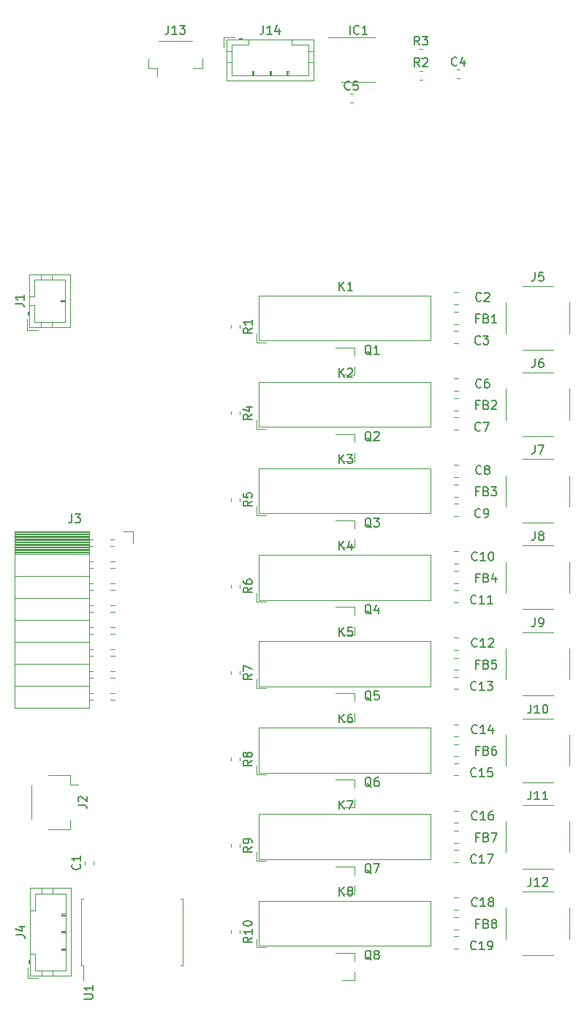
<source format=gto>
G04 #@! TF.GenerationSoftware,KiCad,Pcbnew,(5.1.5-0)*
G04 #@! TF.CreationDate,2021-01-10T19:51:38-07:00*
G04 #@! TF.ProjectId,switch_board,73776974-6368-45f6-926f-6172642e6b69,rev?*
G04 #@! TF.SameCoordinates,Original*
G04 #@! TF.FileFunction,Legend,Top*
G04 #@! TF.FilePolarity,Positive*
%FSLAX46Y46*%
G04 Gerber Fmt 4.6, Leading zero omitted, Abs format (unit mm)*
G04 Created by KiCad (PCBNEW (5.1.5-0)) date 2021-01-10 19:51:38*
%MOMM*%
%LPD*%
G04 APERTURE LIST*
%ADD10C,0.120000*%
%ADD11C,0.150000*%
G04 APERTURE END LIST*
D10*
X131315000Y-104060000D02*
X131315000Y-107940000D01*
X135785000Y-109110000D02*
X135785000Y-108060000D01*
X133285000Y-109110000D02*
X135785000Y-109110000D01*
X135785000Y-103940000D02*
X136775000Y-103940000D01*
X135785000Y-102890000D02*
X135785000Y-103940000D01*
X133285000Y-102890000D02*
X135785000Y-102890000D01*
X137360000Y-124860000D02*
X137360000Y-126675000D01*
X137115000Y-124860000D02*
X137360000Y-124860000D01*
X137115000Y-121000000D02*
X137115000Y-124860000D01*
X137115000Y-117140000D02*
X137360000Y-117140000D01*
X137115000Y-121000000D02*
X137115000Y-117140000D01*
X148885000Y-124860000D02*
X148640000Y-124860000D01*
X148885000Y-121000000D02*
X148885000Y-124860000D01*
X148885000Y-117140000D02*
X148640000Y-117140000D01*
X148885000Y-121000000D02*
X148885000Y-117140000D01*
X154490000Y-120828733D02*
X154490000Y-121171267D01*
X155510000Y-120828733D02*
X155510000Y-121171267D01*
X154490000Y-110828733D02*
X154490000Y-111171267D01*
X155510000Y-110828733D02*
X155510000Y-111171267D01*
X154490000Y-100828733D02*
X154490000Y-101171267D01*
X155510000Y-100828733D02*
X155510000Y-101171267D01*
X154490000Y-90828733D02*
X154490000Y-91171267D01*
X155510000Y-90828733D02*
X155510000Y-91171267D01*
X154490000Y-80828733D02*
X154490000Y-81171267D01*
X155510000Y-80828733D02*
X155510000Y-81171267D01*
X154490000Y-70828733D02*
X154490000Y-71171267D01*
X155510000Y-70828733D02*
X155510000Y-71171267D01*
X154490000Y-60828733D02*
X154490000Y-61171267D01*
X155510000Y-60828733D02*
X155510000Y-61171267D01*
X176278733Y-19900000D02*
X176621267Y-19900000D01*
X176278733Y-18880000D02*
X176621267Y-18880000D01*
X176278733Y-22410000D02*
X176621267Y-22410000D01*
X176278733Y-21390000D02*
X176621267Y-21390000D01*
X154490000Y-50828733D02*
X154490000Y-51171267D01*
X155510000Y-50828733D02*
X155510000Y-51171267D01*
X168760000Y-126580000D02*
X167300000Y-126580000D01*
X168760000Y-123420000D02*
X166600000Y-123420000D01*
X168760000Y-123420000D02*
X168760000Y-124350000D01*
X168760000Y-126580000D02*
X168760000Y-125650000D01*
X168760000Y-116580000D02*
X167300000Y-116580000D01*
X168760000Y-113420000D02*
X166600000Y-113420000D01*
X168760000Y-113420000D02*
X168760000Y-114350000D01*
X168760000Y-116580000D02*
X168760000Y-115650000D01*
X168760000Y-106580000D02*
X167300000Y-106580000D01*
X168760000Y-103420000D02*
X166600000Y-103420000D01*
X168760000Y-103420000D02*
X168760000Y-104350000D01*
X168760000Y-106580000D02*
X168760000Y-105650000D01*
X168760000Y-96580000D02*
X167300000Y-96580000D01*
X168760000Y-93420000D02*
X166600000Y-93420000D01*
X168760000Y-93420000D02*
X168760000Y-94350000D01*
X168760000Y-96580000D02*
X168760000Y-95650000D01*
X168760000Y-86580000D02*
X167300000Y-86580000D01*
X168760000Y-83420000D02*
X166600000Y-83420000D01*
X168760000Y-83420000D02*
X168760000Y-84350000D01*
X168760000Y-86580000D02*
X168760000Y-85650000D01*
X168760000Y-76580000D02*
X167300000Y-76580000D01*
X168760000Y-73420000D02*
X166600000Y-73420000D01*
X168760000Y-73420000D02*
X168760000Y-74350000D01*
X168760000Y-76580000D02*
X168760000Y-75650000D01*
X168760000Y-66580000D02*
X167300000Y-66580000D01*
X168760000Y-63420000D02*
X166600000Y-63420000D01*
X168760000Y-63420000D02*
X168760000Y-64350000D01*
X168760000Y-66580000D02*
X168760000Y-65650000D01*
X168760000Y-56580000D02*
X167300000Y-56580000D01*
X168760000Y-53420000D02*
X166600000Y-53420000D01*
X168760000Y-53420000D02*
X168760000Y-54350000D01*
X168760000Y-56580000D02*
X168760000Y-55650000D01*
X157650000Y-117400000D02*
X177550000Y-117400000D01*
X177550000Y-117400000D02*
X177550000Y-122600000D01*
X177550000Y-122600000D02*
X157650000Y-122600000D01*
X157650000Y-122600000D02*
X157650000Y-117400000D01*
X158550000Y-122800000D02*
X157450000Y-122800000D01*
X157450000Y-122800000D02*
X157450000Y-121800000D01*
X157650000Y-107400000D02*
X177550000Y-107400000D01*
X177550000Y-107400000D02*
X177550000Y-112600000D01*
X177550000Y-112600000D02*
X157650000Y-112600000D01*
X157650000Y-112600000D02*
X157650000Y-107400000D01*
X158550000Y-112800000D02*
X157450000Y-112800000D01*
X157450000Y-112800000D02*
X157450000Y-111800000D01*
X157650000Y-97400000D02*
X177550000Y-97400000D01*
X177550000Y-97400000D02*
X177550000Y-102600000D01*
X177550000Y-102600000D02*
X157650000Y-102600000D01*
X157650000Y-102600000D02*
X157650000Y-97400000D01*
X158550000Y-102800000D02*
X157450000Y-102800000D01*
X157450000Y-102800000D02*
X157450000Y-101800000D01*
X157650000Y-87400000D02*
X177550000Y-87400000D01*
X177550000Y-87400000D02*
X177550000Y-92600000D01*
X177550000Y-92600000D02*
X157650000Y-92600000D01*
X157650000Y-92600000D02*
X157650000Y-87400000D01*
X158550000Y-92800000D02*
X157450000Y-92800000D01*
X157450000Y-92800000D02*
X157450000Y-91800000D01*
X157650000Y-77400000D02*
X177550000Y-77400000D01*
X177550000Y-77400000D02*
X177550000Y-82600000D01*
X177550000Y-82600000D02*
X157650000Y-82600000D01*
X157650000Y-82600000D02*
X157650000Y-77400000D01*
X158550000Y-82800000D02*
X157450000Y-82800000D01*
X157450000Y-82800000D02*
X157450000Y-81800000D01*
X157650000Y-67400000D02*
X177550000Y-67400000D01*
X177550000Y-67400000D02*
X177550000Y-72600000D01*
X177550000Y-72600000D02*
X157650000Y-72600000D01*
X157650000Y-72600000D02*
X157650000Y-67400000D01*
X158550000Y-72800000D02*
X157450000Y-72800000D01*
X157450000Y-72800000D02*
X157450000Y-71800000D01*
X157650000Y-57400000D02*
X177550000Y-57400000D01*
X177550000Y-57400000D02*
X177550000Y-62600000D01*
X177550000Y-62600000D02*
X157650000Y-62600000D01*
X157650000Y-62600000D02*
X157650000Y-57400000D01*
X158550000Y-62800000D02*
X157450000Y-62800000D01*
X157450000Y-62800000D02*
X157450000Y-61800000D01*
X157650000Y-47400000D02*
X177550000Y-47400000D01*
X177550000Y-47400000D02*
X177550000Y-52600000D01*
X177550000Y-52600000D02*
X157650000Y-52600000D01*
X157650000Y-52600000D02*
X157650000Y-47400000D01*
X158550000Y-52800000D02*
X157450000Y-52800000D01*
X157450000Y-52800000D02*
X157450000Y-51800000D01*
X153640000Y-17500000D02*
X153640000Y-18750000D01*
X154890000Y-17500000D02*
X153640000Y-17500000D01*
X161000000Y-21910000D02*
X161000000Y-21410000D01*
X161100000Y-21410000D02*
X161100000Y-21910000D01*
X160900000Y-21410000D02*
X161100000Y-21410000D01*
X160900000Y-21910000D02*
X160900000Y-21410000D01*
X159000000Y-21910000D02*
X159000000Y-21410000D01*
X159100000Y-21410000D02*
X159100000Y-21910000D01*
X158900000Y-21410000D02*
X159100000Y-21410000D01*
X158900000Y-21910000D02*
X158900000Y-21410000D01*
X157000000Y-21910000D02*
X157000000Y-21410000D01*
X157100000Y-21410000D02*
X157100000Y-21910000D01*
X156900000Y-21410000D02*
X157100000Y-21410000D01*
X156900000Y-21910000D02*
X156900000Y-21410000D01*
X164060000Y-20410000D02*
X163450000Y-20410000D01*
X164060000Y-19110000D02*
X163450000Y-19110000D01*
X153940000Y-20410000D02*
X154550000Y-20410000D01*
X153940000Y-19110000D02*
X154550000Y-19110000D01*
X161500000Y-18410000D02*
X161500000Y-17800000D01*
X163450000Y-18410000D02*
X161500000Y-18410000D01*
X163450000Y-21910000D02*
X163450000Y-18410000D01*
X154550000Y-21910000D02*
X163450000Y-21910000D01*
X154550000Y-18410000D02*
X154550000Y-21910000D01*
X156500000Y-18410000D02*
X154550000Y-18410000D01*
X156500000Y-17800000D02*
X156500000Y-18410000D01*
X155700000Y-17700000D02*
X155400000Y-17700000D01*
X155400000Y-17600000D02*
X155400000Y-17800000D01*
X155700000Y-17600000D02*
X155400000Y-17600000D01*
X155700000Y-17800000D02*
X155700000Y-17600000D01*
X164060000Y-17800000D02*
X153940000Y-17800000D01*
X164060000Y-22520000D02*
X164060000Y-17800000D01*
X153940000Y-22520000D02*
X164060000Y-22520000D01*
X153940000Y-17800000D02*
X153940000Y-22520000D01*
X146060000Y-17990000D02*
X149940000Y-17990000D01*
X151110000Y-21110000D02*
X150060000Y-21110000D01*
X151110000Y-19960000D02*
X151110000Y-21110000D01*
X145940000Y-21110000D02*
X145940000Y-22100000D01*
X144890000Y-21110000D02*
X145940000Y-21110000D01*
X144890000Y-19960000D02*
X144890000Y-21110000D01*
X188200000Y-116320000D02*
X191800000Y-116320000D01*
X188200000Y-123680000D02*
X191800000Y-123680000D01*
X193680000Y-118200000D02*
X193680000Y-121800000D01*
X186320000Y-118200000D02*
X186320000Y-121800000D01*
X188200000Y-106320000D02*
X191800000Y-106320000D01*
X188200000Y-113680000D02*
X191800000Y-113680000D01*
X193680000Y-108200000D02*
X193680000Y-111800000D01*
X186320000Y-108200000D02*
X186320000Y-111800000D01*
X188200000Y-96320000D02*
X191800000Y-96320000D01*
X188200000Y-103680000D02*
X191800000Y-103680000D01*
X193680000Y-98200000D02*
X193680000Y-101800000D01*
X186320000Y-98200000D02*
X186320000Y-101800000D01*
X188200000Y-86320000D02*
X191800000Y-86320000D01*
X188200000Y-93680000D02*
X191800000Y-93680000D01*
X193680000Y-88200000D02*
X193680000Y-91800000D01*
X186320000Y-88200000D02*
X186320000Y-91800000D01*
X188200000Y-76320000D02*
X191800000Y-76320000D01*
X188200000Y-83680000D02*
X191800000Y-83680000D01*
X193680000Y-78200000D02*
X193680000Y-81800000D01*
X186320000Y-78200000D02*
X186320000Y-81800000D01*
X188200000Y-66320000D02*
X191800000Y-66320000D01*
X188200000Y-73680000D02*
X191800000Y-73680000D01*
X193680000Y-68200000D02*
X193680000Y-71800000D01*
X186320000Y-68200000D02*
X186320000Y-71800000D01*
X188200000Y-56320000D02*
X191800000Y-56320000D01*
X188200000Y-63680000D02*
X191800000Y-63680000D01*
X193680000Y-58200000D02*
X193680000Y-61800000D01*
X186320000Y-58200000D02*
X186320000Y-61800000D01*
X188200000Y-46320000D02*
X191800000Y-46320000D01*
X188200000Y-53680000D02*
X191800000Y-53680000D01*
X193680000Y-48200000D02*
X193680000Y-51800000D01*
X186320000Y-48200000D02*
X186320000Y-51800000D01*
X130890000Y-126360000D02*
X132140000Y-126360000D01*
X130890000Y-125110000D02*
X130890000Y-126360000D01*
X135300000Y-119000000D02*
X134800000Y-119000000D01*
X134800000Y-118900000D02*
X135300000Y-118900000D01*
X134800000Y-119100000D02*
X134800000Y-118900000D01*
X135300000Y-119100000D02*
X134800000Y-119100000D01*
X135300000Y-121000000D02*
X134800000Y-121000000D01*
X134800000Y-120900000D02*
X135300000Y-120900000D01*
X134800000Y-121100000D02*
X134800000Y-120900000D01*
X135300000Y-121100000D02*
X134800000Y-121100000D01*
X135300000Y-123000000D02*
X134800000Y-123000000D01*
X134800000Y-122900000D02*
X135300000Y-122900000D01*
X134800000Y-123100000D02*
X134800000Y-122900000D01*
X135300000Y-123100000D02*
X134800000Y-123100000D01*
X133800000Y-115940000D02*
X133800000Y-116550000D01*
X132500000Y-115940000D02*
X132500000Y-116550000D01*
X133800000Y-126060000D02*
X133800000Y-125450000D01*
X132500000Y-126060000D02*
X132500000Y-125450000D01*
X131800000Y-118500000D02*
X131190000Y-118500000D01*
X131800000Y-116550000D02*
X131800000Y-118500000D01*
X135300000Y-116550000D02*
X131800000Y-116550000D01*
X135300000Y-125450000D02*
X135300000Y-116550000D01*
X131800000Y-125450000D02*
X135300000Y-125450000D01*
X131800000Y-123500000D02*
X131800000Y-125450000D01*
X131190000Y-123500000D02*
X131800000Y-123500000D01*
X131090000Y-124300000D02*
X131090000Y-124600000D01*
X130990000Y-124600000D02*
X131190000Y-124600000D01*
X130990000Y-124300000D02*
X130990000Y-124600000D01*
X131190000Y-124300000D02*
X130990000Y-124300000D01*
X131190000Y-115940000D02*
X131190000Y-126060000D01*
X135910000Y-115940000D02*
X131190000Y-115940000D01*
X135910000Y-126060000D02*
X135910000Y-115940000D01*
X131190000Y-126060000D02*
X135910000Y-126060000D01*
X142000000Y-74670000D02*
X143110000Y-74670000D01*
X143110000Y-74670000D02*
X143110000Y-76000000D01*
X129370000Y-74670000D02*
X129370000Y-95110000D01*
X129370000Y-95110000D02*
X138000000Y-95110000D01*
X138000000Y-74670000D02*
X138000000Y-95110000D01*
X129370000Y-74670000D02*
X138000000Y-74670000D01*
X129370000Y-92510000D02*
X138000000Y-92510000D01*
X129370000Y-89970000D02*
X138000000Y-89970000D01*
X129370000Y-87430000D02*
X138000000Y-87430000D01*
X129370000Y-84890000D02*
X138000000Y-84890000D01*
X129370000Y-82350000D02*
X138000000Y-82350000D01*
X129370000Y-79810000D02*
X138000000Y-79810000D01*
X129370000Y-77270000D02*
X138000000Y-77270000D01*
X140510000Y-94140000D02*
X140950000Y-94140000D01*
X138000000Y-94140000D02*
X138410000Y-94140000D01*
X140510000Y-93420000D02*
X140950000Y-93420000D01*
X138000000Y-93420000D02*
X138410000Y-93420000D01*
X140510000Y-91600000D02*
X140950000Y-91600000D01*
X138000000Y-91600000D02*
X138410000Y-91600000D01*
X140510000Y-90880000D02*
X140950000Y-90880000D01*
X138000000Y-90880000D02*
X138410000Y-90880000D01*
X140510000Y-89060000D02*
X140950000Y-89060000D01*
X138000000Y-89060000D02*
X138410000Y-89060000D01*
X140510000Y-88340000D02*
X140950000Y-88340000D01*
X138000000Y-88340000D02*
X138410000Y-88340000D01*
X140510000Y-86520000D02*
X140950000Y-86520000D01*
X138000000Y-86520000D02*
X138410000Y-86520000D01*
X140510000Y-85800000D02*
X140950000Y-85800000D01*
X138000000Y-85800000D02*
X138410000Y-85800000D01*
X140510000Y-83980000D02*
X140950000Y-83980000D01*
X138000000Y-83980000D02*
X138410000Y-83980000D01*
X140510000Y-83260000D02*
X140950000Y-83260000D01*
X138000000Y-83260000D02*
X138410000Y-83260000D01*
X140510000Y-81440000D02*
X140950000Y-81440000D01*
X138000000Y-81440000D02*
X138410000Y-81440000D01*
X140510000Y-80720000D02*
X140950000Y-80720000D01*
X138000000Y-80720000D02*
X138410000Y-80720000D01*
X140510000Y-78900000D02*
X140950000Y-78900000D01*
X138000000Y-78900000D02*
X138410000Y-78900000D01*
X140510000Y-78180000D02*
X140950000Y-78180000D01*
X138000000Y-78180000D02*
X138410000Y-78180000D01*
X140510000Y-76360000D02*
X140890000Y-76360000D01*
X138000000Y-76360000D02*
X138410000Y-76360000D01*
X140510000Y-75640000D02*
X140890000Y-75640000D01*
X138000000Y-75640000D02*
X138410000Y-75640000D01*
X129370000Y-77151900D02*
X138000000Y-77151900D01*
X129370000Y-77033805D02*
X138000000Y-77033805D01*
X129370000Y-76915710D02*
X138000000Y-76915710D01*
X129370000Y-76797615D02*
X138000000Y-76797615D01*
X129370000Y-76679520D02*
X138000000Y-76679520D01*
X129370000Y-76561425D02*
X138000000Y-76561425D01*
X129370000Y-76443330D02*
X138000000Y-76443330D01*
X129370000Y-76325235D02*
X138000000Y-76325235D01*
X129370000Y-76207140D02*
X138000000Y-76207140D01*
X129370000Y-76089045D02*
X138000000Y-76089045D01*
X129370000Y-75970950D02*
X138000000Y-75970950D01*
X129370000Y-75852855D02*
X138000000Y-75852855D01*
X129370000Y-75734760D02*
X138000000Y-75734760D01*
X129370000Y-75616665D02*
X138000000Y-75616665D01*
X129370000Y-75498570D02*
X138000000Y-75498570D01*
X129370000Y-75380475D02*
X138000000Y-75380475D01*
X129370000Y-75262380D02*
X138000000Y-75262380D01*
X129370000Y-75144285D02*
X138000000Y-75144285D01*
X129370000Y-75026190D02*
X138000000Y-75026190D01*
X129370000Y-74908095D02*
X138000000Y-74908095D01*
X129370000Y-74790000D02*
X138000000Y-74790000D01*
X130790000Y-51360000D02*
X132040000Y-51360000D01*
X130790000Y-50110000D02*
X130790000Y-51360000D01*
X135200000Y-48000000D02*
X134700000Y-48000000D01*
X134700000Y-47900000D02*
X135200000Y-47900000D01*
X134700000Y-48100000D02*
X134700000Y-47900000D01*
X135200000Y-48100000D02*
X134700000Y-48100000D01*
X133700000Y-44940000D02*
X133700000Y-45550000D01*
X132400000Y-44940000D02*
X132400000Y-45550000D01*
X133700000Y-51060000D02*
X133700000Y-50450000D01*
X132400000Y-51060000D02*
X132400000Y-50450000D01*
X131700000Y-47500000D02*
X131090000Y-47500000D01*
X131700000Y-45550000D02*
X131700000Y-47500000D01*
X135200000Y-45550000D02*
X131700000Y-45550000D01*
X135200000Y-50450000D02*
X135200000Y-45550000D01*
X131700000Y-50450000D02*
X135200000Y-50450000D01*
X131700000Y-48500000D02*
X131700000Y-50450000D01*
X131090000Y-48500000D02*
X131700000Y-48500000D01*
X130990000Y-49300000D02*
X130990000Y-49600000D01*
X130890000Y-49600000D02*
X131090000Y-49600000D01*
X130890000Y-49300000D02*
X130890000Y-49600000D01*
X131090000Y-49300000D02*
X130890000Y-49300000D01*
X131090000Y-44940000D02*
X131090000Y-51060000D01*
X135810000Y-44940000D02*
X131090000Y-44940000D01*
X135810000Y-51060000D02*
X135810000Y-44940000D01*
X131090000Y-51060000D02*
X135810000Y-51060000D01*
X169200000Y-17550000D02*
X165750000Y-17550000D01*
X169200000Y-17550000D02*
X171150000Y-17550000D01*
X169200000Y-22670000D02*
X167250000Y-22670000D01*
X169200000Y-22670000D02*
X171150000Y-22670000D01*
X180761252Y-119290000D02*
X180238748Y-119290000D01*
X180761252Y-120710000D02*
X180238748Y-120710000D01*
X180761252Y-109290000D02*
X180238748Y-109290000D01*
X180761252Y-110710000D02*
X180238748Y-110710000D01*
X180761252Y-99290000D02*
X180238748Y-99290000D01*
X180761252Y-100710000D02*
X180238748Y-100710000D01*
X180761252Y-89290000D02*
X180238748Y-89290000D01*
X180761252Y-90710000D02*
X180238748Y-90710000D01*
X180761252Y-79290000D02*
X180238748Y-79290000D01*
X180761252Y-80710000D02*
X180238748Y-80710000D01*
X180761252Y-69290000D02*
X180238748Y-69290000D01*
X180761252Y-70710000D02*
X180238748Y-70710000D01*
X180761252Y-59290000D02*
X180238748Y-59290000D01*
X180761252Y-60710000D02*
X180238748Y-60710000D01*
X180761252Y-49290000D02*
X180238748Y-49290000D01*
X180761252Y-50710000D02*
X180238748Y-50710000D01*
X180761252Y-121490000D02*
X180238748Y-121490000D01*
X180761252Y-122910000D02*
X180238748Y-122910000D01*
X180238748Y-118410000D02*
X180761252Y-118410000D01*
X180238748Y-116990000D02*
X180761252Y-116990000D01*
X180761252Y-111490000D02*
X180238748Y-111490000D01*
X180761252Y-112910000D02*
X180238748Y-112910000D01*
X180238748Y-108410000D02*
X180761252Y-108410000D01*
X180238748Y-106990000D02*
X180761252Y-106990000D01*
X180761252Y-101490000D02*
X180238748Y-101490000D01*
X180761252Y-102910000D02*
X180238748Y-102910000D01*
X180238748Y-98410000D02*
X180761252Y-98410000D01*
X180238748Y-96990000D02*
X180761252Y-96990000D01*
X180761252Y-91490000D02*
X180238748Y-91490000D01*
X180761252Y-92910000D02*
X180238748Y-92910000D01*
X180238748Y-88410000D02*
X180761252Y-88410000D01*
X180238748Y-86990000D02*
X180761252Y-86990000D01*
X180761252Y-81490000D02*
X180238748Y-81490000D01*
X180761252Y-82910000D02*
X180238748Y-82910000D01*
X180238748Y-78410000D02*
X180761252Y-78410000D01*
X180238748Y-76990000D02*
X180761252Y-76990000D01*
X180761252Y-71490000D02*
X180238748Y-71490000D01*
X180761252Y-72910000D02*
X180238748Y-72910000D01*
X180238748Y-68410000D02*
X180761252Y-68410000D01*
X180238748Y-66990000D02*
X180761252Y-66990000D01*
X180761252Y-61490000D02*
X180238748Y-61490000D01*
X180761252Y-62910000D02*
X180238748Y-62910000D01*
X180238748Y-58410000D02*
X180761252Y-58410000D01*
X180238748Y-56990000D02*
X180761252Y-56990000D01*
X168228733Y-25100000D02*
X168571267Y-25100000D01*
X168228733Y-24080000D02*
X168571267Y-24080000D01*
X180628733Y-22310000D02*
X180971267Y-22310000D01*
X180628733Y-21290000D02*
X180971267Y-21290000D01*
X180761252Y-51490000D02*
X180238748Y-51490000D01*
X180761252Y-52910000D02*
X180238748Y-52910000D01*
X180238748Y-48410000D02*
X180761252Y-48410000D01*
X180238748Y-46990000D02*
X180761252Y-46990000D01*
X138510000Y-113171267D02*
X138510000Y-112828733D01*
X137490000Y-113171267D02*
X137490000Y-112828733D01*
D11*
X136752380Y-106333333D02*
X137466666Y-106333333D01*
X137609523Y-106380952D01*
X137704761Y-106476190D01*
X137752380Y-106619047D01*
X137752380Y-106714285D01*
X136847619Y-105904761D02*
X136800000Y-105857142D01*
X136752380Y-105761904D01*
X136752380Y-105523809D01*
X136800000Y-105428571D01*
X136847619Y-105380952D01*
X136942857Y-105333333D01*
X137038095Y-105333333D01*
X137180952Y-105380952D01*
X137752380Y-105952380D01*
X137752380Y-105333333D01*
X137452380Y-128761904D02*
X138261904Y-128761904D01*
X138357142Y-128714285D01*
X138404761Y-128666666D01*
X138452380Y-128571428D01*
X138452380Y-128380952D01*
X138404761Y-128285714D01*
X138357142Y-128238095D01*
X138261904Y-128190476D01*
X137452380Y-128190476D01*
X138452380Y-127190476D02*
X138452380Y-127761904D01*
X138452380Y-127476190D02*
X137452380Y-127476190D01*
X137595238Y-127571428D01*
X137690476Y-127666666D01*
X137738095Y-127761904D01*
X156882380Y-121642857D02*
X156406190Y-121976190D01*
X156882380Y-122214285D02*
X155882380Y-122214285D01*
X155882380Y-121833333D01*
X155930000Y-121738095D01*
X155977619Y-121690476D01*
X156072857Y-121642857D01*
X156215714Y-121642857D01*
X156310952Y-121690476D01*
X156358571Y-121738095D01*
X156406190Y-121833333D01*
X156406190Y-122214285D01*
X156882380Y-120690476D02*
X156882380Y-121261904D01*
X156882380Y-120976190D02*
X155882380Y-120976190D01*
X156025238Y-121071428D01*
X156120476Y-121166666D01*
X156168095Y-121261904D01*
X155882380Y-120071428D02*
X155882380Y-119976190D01*
X155930000Y-119880952D01*
X155977619Y-119833333D01*
X156072857Y-119785714D01*
X156263333Y-119738095D01*
X156501428Y-119738095D01*
X156691904Y-119785714D01*
X156787142Y-119833333D01*
X156834761Y-119880952D01*
X156882380Y-119976190D01*
X156882380Y-120071428D01*
X156834761Y-120166666D01*
X156787142Y-120214285D01*
X156691904Y-120261904D01*
X156501428Y-120309523D01*
X156263333Y-120309523D01*
X156072857Y-120261904D01*
X155977619Y-120214285D01*
X155930000Y-120166666D01*
X155882380Y-120071428D01*
X156882380Y-111166666D02*
X156406190Y-111500000D01*
X156882380Y-111738095D02*
X155882380Y-111738095D01*
X155882380Y-111357142D01*
X155930000Y-111261904D01*
X155977619Y-111214285D01*
X156072857Y-111166666D01*
X156215714Y-111166666D01*
X156310952Y-111214285D01*
X156358571Y-111261904D01*
X156406190Y-111357142D01*
X156406190Y-111738095D01*
X156882380Y-110690476D02*
X156882380Y-110500000D01*
X156834761Y-110404761D01*
X156787142Y-110357142D01*
X156644285Y-110261904D01*
X156453809Y-110214285D01*
X156072857Y-110214285D01*
X155977619Y-110261904D01*
X155930000Y-110309523D01*
X155882380Y-110404761D01*
X155882380Y-110595238D01*
X155930000Y-110690476D01*
X155977619Y-110738095D01*
X156072857Y-110785714D01*
X156310952Y-110785714D01*
X156406190Y-110738095D01*
X156453809Y-110690476D01*
X156501428Y-110595238D01*
X156501428Y-110404761D01*
X156453809Y-110309523D01*
X156406190Y-110261904D01*
X156310952Y-110214285D01*
X156882380Y-101166666D02*
X156406190Y-101500000D01*
X156882380Y-101738095D02*
X155882380Y-101738095D01*
X155882380Y-101357142D01*
X155930000Y-101261904D01*
X155977619Y-101214285D01*
X156072857Y-101166666D01*
X156215714Y-101166666D01*
X156310952Y-101214285D01*
X156358571Y-101261904D01*
X156406190Y-101357142D01*
X156406190Y-101738095D01*
X156310952Y-100595238D02*
X156263333Y-100690476D01*
X156215714Y-100738095D01*
X156120476Y-100785714D01*
X156072857Y-100785714D01*
X155977619Y-100738095D01*
X155930000Y-100690476D01*
X155882380Y-100595238D01*
X155882380Y-100404761D01*
X155930000Y-100309523D01*
X155977619Y-100261904D01*
X156072857Y-100214285D01*
X156120476Y-100214285D01*
X156215714Y-100261904D01*
X156263333Y-100309523D01*
X156310952Y-100404761D01*
X156310952Y-100595238D01*
X156358571Y-100690476D01*
X156406190Y-100738095D01*
X156501428Y-100785714D01*
X156691904Y-100785714D01*
X156787142Y-100738095D01*
X156834761Y-100690476D01*
X156882380Y-100595238D01*
X156882380Y-100404761D01*
X156834761Y-100309523D01*
X156787142Y-100261904D01*
X156691904Y-100214285D01*
X156501428Y-100214285D01*
X156406190Y-100261904D01*
X156358571Y-100309523D01*
X156310952Y-100404761D01*
X156882380Y-91166666D02*
X156406190Y-91500000D01*
X156882380Y-91738095D02*
X155882380Y-91738095D01*
X155882380Y-91357142D01*
X155930000Y-91261904D01*
X155977619Y-91214285D01*
X156072857Y-91166666D01*
X156215714Y-91166666D01*
X156310952Y-91214285D01*
X156358571Y-91261904D01*
X156406190Y-91357142D01*
X156406190Y-91738095D01*
X155882380Y-90833333D02*
X155882380Y-90166666D01*
X156882380Y-90595238D01*
X156882380Y-81166666D02*
X156406190Y-81500000D01*
X156882380Y-81738095D02*
X155882380Y-81738095D01*
X155882380Y-81357142D01*
X155930000Y-81261904D01*
X155977619Y-81214285D01*
X156072857Y-81166666D01*
X156215714Y-81166666D01*
X156310952Y-81214285D01*
X156358571Y-81261904D01*
X156406190Y-81357142D01*
X156406190Y-81738095D01*
X155882380Y-80309523D02*
X155882380Y-80500000D01*
X155930000Y-80595238D01*
X155977619Y-80642857D01*
X156120476Y-80738095D01*
X156310952Y-80785714D01*
X156691904Y-80785714D01*
X156787142Y-80738095D01*
X156834761Y-80690476D01*
X156882380Y-80595238D01*
X156882380Y-80404761D01*
X156834761Y-80309523D01*
X156787142Y-80261904D01*
X156691904Y-80214285D01*
X156453809Y-80214285D01*
X156358571Y-80261904D01*
X156310952Y-80309523D01*
X156263333Y-80404761D01*
X156263333Y-80595238D01*
X156310952Y-80690476D01*
X156358571Y-80738095D01*
X156453809Y-80785714D01*
X156882380Y-71166666D02*
X156406190Y-71500000D01*
X156882380Y-71738095D02*
X155882380Y-71738095D01*
X155882380Y-71357142D01*
X155930000Y-71261904D01*
X155977619Y-71214285D01*
X156072857Y-71166666D01*
X156215714Y-71166666D01*
X156310952Y-71214285D01*
X156358571Y-71261904D01*
X156406190Y-71357142D01*
X156406190Y-71738095D01*
X155882380Y-70261904D02*
X155882380Y-70738095D01*
X156358571Y-70785714D01*
X156310952Y-70738095D01*
X156263333Y-70642857D01*
X156263333Y-70404761D01*
X156310952Y-70309523D01*
X156358571Y-70261904D01*
X156453809Y-70214285D01*
X156691904Y-70214285D01*
X156787142Y-70261904D01*
X156834761Y-70309523D01*
X156882380Y-70404761D01*
X156882380Y-70642857D01*
X156834761Y-70738095D01*
X156787142Y-70785714D01*
X156882380Y-61166666D02*
X156406190Y-61500000D01*
X156882380Y-61738095D02*
X155882380Y-61738095D01*
X155882380Y-61357142D01*
X155930000Y-61261904D01*
X155977619Y-61214285D01*
X156072857Y-61166666D01*
X156215714Y-61166666D01*
X156310952Y-61214285D01*
X156358571Y-61261904D01*
X156406190Y-61357142D01*
X156406190Y-61738095D01*
X156215714Y-60309523D02*
X156882380Y-60309523D01*
X155834761Y-60547619D02*
X156549047Y-60785714D01*
X156549047Y-60166666D01*
X176283333Y-18412380D02*
X175950000Y-17936190D01*
X175711904Y-18412380D02*
X175711904Y-17412380D01*
X176092857Y-17412380D01*
X176188095Y-17460000D01*
X176235714Y-17507619D01*
X176283333Y-17602857D01*
X176283333Y-17745714D01*
X176235714Y-17840952D01*
X176188095Y-17888571D01*
X176092857Y-17936190D01*
X175711904Y-17936190D01*
X176616666Y-17412380D02*
X177235714Y-17412380D01*
X176902380Y-17793333D01*
X177045238Y-17793333D01*
X177140476Y-17840952D01*
X177188095Y-17888571D01*
X177235714Y-17983809D01*
X177235714Y-18221904D01*
X177188095Y-18317142D01*
X177140476Y-18364761D01*
X177045238Y-18412380D01*
X176759523Y-18412380D01*
X176664285Y-18364761D01*
X176616666Y-18317142D01*
X176283333Y-20922380D02*
X175950000Y-20446190D01*
X175711904Y-20922380D02*
X175711904Y-19922380D01*
X176092857Y-19922380D01*
X176188095Y-19970000D01*
X176235714Y-20017619D01*
X176283333Y-20112857D01*
X176283333Y-20255714D01*
X176235714Y-20350952D01*
X176188095Y-20398571D01*
X176092857Y-20446190D01*
X175711904Y-20446190D01*
X176664285Y-20017619D02*
X176711904Y-19970000D01*
X176807142Y-19922380D01*
X177045238Y-19922380D01*
X177140476Y-19970000D01*
X177188095Y-20017619D01*
X177235714Y-20112857D01*
X177235714Y-20208095D01*
X177188095Y-20350952D01*
X176616666Y-20922380D01*
X177235714Y-20922380D01*
X156882380Y-51166666D02*
X156406190Y-51500000D01*
X156882380Y-51738095D02*
X155882380Y-51738095D01*
X155882380Y-51357142D01*
X155930000Y-51261904D01*
X155977619Y-51214285D01*
X156072857Y-51166666D01*
X156215714Y-51166666D01*
X156310952Y-51214285D01*
X156358571Y-51261904D01*
X156406190Y-51357142D01*
X156406190Y-51738095D01*
X156882380Y-50214285D02*
X156882380Y-50785714D01*
X156882380Y-50500000D02*
X155882380Y-50500000D01*
X156025238Y-50595238D01*
X156120476Y-50690476D01*
X156168095Y-50785714D01*
X170704761Y-124247619D02*
X170609523Y-124200000D01*
X170514285Y-124104761D01*
X170371428Y-123961904D01*
X170276190Y-123914285D01*
X170180952Y-123914285D01*
X170228571Y-124152380D02*
X170133333Y-124104761D01*
X170038095Y-124009523D01*
X169990476Y-123819047D01*
X169990476Y-123485714D01*
X170038095Y-123295238D01*
X170133333Y-123200000D01*
X170228571Y-123152380D01*
X170419047Y-123152380D01*
X170514285Y-123200000D01*
X170609523Y-123295238D01*
X170657142Y-123485714D01*
X170657142Y-123819047D01*
X170609523Y-124009523D01*
X170514285Y-124104761D01*
X170419047Y-124152380D01*
X170228571Y-124152380D01*
X171228571Y-123580952D02*
X171133333Y-123533333D01*
X171085714Y-123485714D01*
X171038095Y-123390476D01*
X171038095Y-123342857D01*
X171085714Y-123247619D01*
X171133333Y-123200000D01*
X171228571Y-123152380D01*
X171419047Y-123152380D01*
X171514285Y-123200000D01*
X171561904Y-123247619D01*
X171609523Y-123342857D01*
X171609523Y-123390476D01*
X171561904Y-123485714D01*
X171514285Y-123533333D01*
X171419047Y-123580952D01*
X171228571Y-123580952D01*
X171133333Y-123628571D01*
X171085714Y-123676190D01*
X171038095Y-123771428D01*
X171038095Y-123961904D01*
X171085714Y-124057142D01*
X171133333Y-124104761D01*
X171228571Y-124152380D01*
X171419047Y-124152380D01*
X171514285Y-124104761D01*
X171561904Y-124057142D01*
X171609523Y-123961904D01*
X171609523Y-123771428D01*
X171561904Y-123676190D01*
X171514285Y-123628571D01*
X171419047Y-123580952D01*
X170704761Y-114247619D02*
X170609523Y-114200000D01*
X170514285Y-114104761D01*
X170371428Y-113961904D01*
X170276190Y-113914285D01*
X170180952Y-113914285D01*
X170228571Y-114152380D02*
X170133333Y-114104761D01*
X170038095Y-114009523D01*
X169990476Y-113819047D01*
X169990476Y-113485714D01*
X170038095Y-113295238D01*
X170133333Y-113200000D01*
X170228571Y-113152380D01*
X170419047Y-113152380D01*
X170514285Y-113200000D01*
X170609523Y-113295238D01*
X170657142Y-113485714D01*
X170657142Y-113819047D01*
X170609523Y-114009523D01*
X170514285Y-114104761D01*
X170419047Y-114152380D01*
X170228571Y-114152380D01*
X170990476Y-113152380D02*
X171657142Y-113152380D01*
X171228571Y-114152380D01*
X170704761Y-104247619D02*
X170609523Y-104200000D01*
X170514285Y-104104761D01*
X170371428Y-103961904D01*
X170276190Y-103914285D01*
X170180952Y-103914285D01*
X170228571Y-104152380D02*
X170133333Y-104104761D01*
X170038095Y-104009523D01*
X169990476Y-103819047D01*
X169990476Y-103485714D01*
X170038095Y-103295238D01*
X170133333Y-103200000D01*
X170228571Y-103152380D01*
X170419047Y-103152380D01*
X170514285Y-103200000D01*
X170609523Y-103295238D01*
X170657142Y-103485714D01*
X170657142Y-103819047D01*
X170609523Y-104009523D01*
X170514285Y-104104761D01*
X170419047Y-104152380D01*
X170228571Y-104152380D01*
X171514285Y-103152380D02*
X171323809Y-103152380D01*
X171228571Y-103200000D01*
X171180952Y-103247619D01*
X171085714Y-103390476D01*
X171038095Y-103580952D01*
X171038095Y-103961904D01*
X171085714Y-104057142D01*
X171133333Y-104104761D01*
X171228571Y-104152380D01*
X171419047Y-104152380D01*
X171514285Y-104104761D01*
X171561904Y-104057142D01*
X171609523Y-103961904D01*
X171609523Y-103723809D01*
X171561904Y-103628571D01*
X171514285Y-103580952D01*
X171419047Y-103533333D01*
X171228571Y-103533333D01*
X171133333Y-103580952D01*
X171085714Y-103628571D01*
X171038095Y-103723809D01*
X170704761Y-94247619D02*
X170609523Y-94200000D01*
X170514285Y-94104761D01*
X170371428Y-93961904D01*
X170276190Y-93914285D01*
X170180952Y-93914285D01*
X170228571Y-94152380D02*
X170133333Y-94104761D01*
X170038095Y-94009523D01*
X169990476Y-93819047D01*
X169990476Y-93485714D01*
X170038095Y-93295238D01*
X170133333Y-93200000D01*
X170228571Y-93152380D01*
X170419047Y-93152380D01*
X170514285Y-93200000D01*
X170609523Y-93295238D01*
X170657142Y-93485714D01*
X170657142Y-93819047D01*
X170609523Y-94009523D01*
X170514285Y-94104761D01*
X170419047Y-94152380D01*
X170228571Y-94152380D01*
X171561904Y-93152380D02*
X171085714Y-93152380D01*
X171038095Y-93628571D01*
X171085714Y-93580952D01*
X171180952Y-93533333D01*
X171419047Y-93533333D01*
X171514285Y-93580952D01*
X171561904Y-93628571D01*
X171609523Y-93723809D01*
X171609523Y-93961904D01*
X171561904Y-94057142D01*
X171514285Y-94104761D01*
X171419047Y-94152380D01*
X171180952Y-94152380D01*
X171085714Y-94104761D01*
X171038095Y-94057142D01*
X170704761Y-84247619D02*
X170609523Y-84200000D01*
X170514285Y-84104761D01*
X170371428Y-83961904D01*
X170276190Y-83914285D01*
X170180952Y-83914285D01*
X170228571Y-84152380D02*
X170133333Y-84104761D01*
X170038095Y-84009523D01*
X169990476Y-83819047D01*
X169990476Y-83485714D01*
X170038095Y-83295238D01*
X170133333Y-83200000D01*
X170228571Y-83152380D01*
X170419047Y-83152380D01*
X170514285Y-83200000D01*
X170609523Y-83295238D01*
X170657142Y-83485714D01*
X170657142Y-83819047D01*
X170609523Y-84009523D01*
X170514285Y-84104761D01*
X170419047Y-84152380D01*
X170228571Y-84152380D01*
X171514285Y-83485714D02*
X171514285Y-84152380D01*
X171276190Y-83104761D02*
X171038095Y-83819047D01*
X171657142Y-83819047D01*
X170704761Y-74247619D02*
X170609523Y-74200000D01*
X170514285Y-74104761D01*
X170371428Y-73961904D01*
X170276190Y-73914285D01*
X170180952Y-73914285D01*
X170228571Y-74152380D02*
X170133333Y-74104761D01*
X170038095Y-74009523D01*
X169990476Y-73819047D01*
X169990476Y-73485714D01*
X170038095Y-73295238D01*
X170133333Y-73200000D01*
X170228571Y-73152380D01*
X170419047Y-73152380D01*
X170514285Y-73200000D01*
X170609523Y-73295238D01*
X170657142Y-73485714D01*
X170657142Y-73819047D01*
X170609523Y-74009523D01*
X170514285Y-74104761D01*
X170419047Y-74152380D01*
X170228571Y-74152380D01*
X170990476Y-73152380D02*
X171609523Y-73152380D01*
X171276190Y-73533333D01*
X171419047Y-73533333D01*
X171514285Y-73580952D01*
X171561904Y-73628571D01*
X171609523Y-73723809D01*
X171609523Y-73961904D01*
X171561904Y-74057142D01*
X171514285Y-74104761D01*
X171419047Y-74152380D01*
X171133333Y-74152380D01*
X171038095Y-74104761D01*
X170990476Y-74057142D01*
X170704761Y-64247619D02*
X170609523Y-64200000D01*
X170514285Y-64104761D01*
X170371428Y-63961904D01*
X170276190Y-63914285D01*
X170180952Y-63914285D01*
X170228571Y-64152380D02*
X170133333Y-64104761D01*
X170038095Y-64009523D01*
X169990476Y-63819047D01*
X169990476Y-63485714D01*
X170038095Y-63295238D01*
X170133333Y-63200000D01*
X170228571Y-63152380D01*
X170419047Y-63152380D01*
X170514285Y-63200000D01*
X170609523Y-63295238D01*
X170657142Y-63485714D01*
X170657142Y-63819047D01*
X170609523Y-64009523D01*
X170514285Y-64104761D01*
X170419047Y-64152380D01*
X170228571Y-64152380D01*
X171038095Y-63247619D02*
X171085714Y-63200000D01*
X171180952Y-63152380D01*
X171419047Y-63152380D01*
X171514285Y-63200000D01*
X171561904Y-63247619D01*
X171609523Y-63342857D01*
X171609523Y-63438095D01*
X171561904Y-63580952D01*
X170990476Y-64152380D01*
X171609523Y-64152380D01*
X170704761Y-54247619D02*
X170609523Y-54200000D01*
X170514285Y-54104761D01*
X170371428Y-53961904D01*
X170276190Y-53914285D01*
X170180952Y-53914285D01*
X170228571Y-54152380D02*
X170133333Y-54104761D01*
X170038095Y-54009523D01*
X169990476Y-53819047D01*
X169990476Y-53485714D01*
X170038095Y-53295238D01*
X170133333Y-53200000D01*
X170228571Y-53152380D01*
X170419047Y-53152380D01*
X170514285Y-53200000D01*
X170609523Y-53295238D01*
X170657142Y-53485714D01*
X170657142Y-53819047D01*
X170609523Y-54009523D01*
X170514285Y-54104761D01*
X170419047Y-54152380D01*
X170228571Y-54152380D01*
X171609523Y-54152380D02*
X171038095Y-54152380D01*
X171323809Y-54152380D02*
X171323809Y-53152380D01*
X171228571Y-53295238D01*
X171133333Y-53390476D01*
X171038095Y-53438095D01*
X167011904Y-116802380D02*
X167011904Y-115802380D01*
X167583333Y-116802380D02*
X167154761Y-116230952D01*
X167583333Y-115802380D02*
X167011904Y-116373809D01*
X168154761Y-116230952D02*
X168059523Y-116183333D01*
X168011904Y-116135714D01*
X167964285Y-116040476D01*
X167964285Y-115992857D01*
X168011904Y-115897619D01*
X168059523Y-115850000D01*
X168154761Y-115802380D01*
X168345238Y-115802380D01*
X168440476Y-115850000D01*
X168488095Y-115897619D01*
X168535714Y-115992857D01*
X168535714Y-116040476D01*
X168488095Y-116135714D01*
X168440476Y-116183333D01*
X168345238Y-116230952D01*
X168154761Y-116230952D01*
X168059523Y-116278571D01*
X168011904Y-116326190D01*
X167964285Y-116421428D01*
X167964285Y-116611904D01*
X168011904Y-116707142D01*
X168059523Y-116754761D01*
X168154761Y-116802380D01*
X168345238Y-116802380D01*
X168440476Y-116754761D01*
X168488095Y-116707142D01*
X168535714Y-116611904D01*
X168535714Y-116421428D01*
X168488095Y-116326190D01*
X168440476Y-116278571D01*
X168345238Y-116230952D01*
X167011904Y-106802380D02*
X167011904Y-105802380D01*
X167583333Y-106802380D02*
X167154761Y-106230952D01*
X167583333Y-105802380D02*
X167011904Y-106373809D01*
X167916666Y-105802380D02*
X168583333Y-105802380D01*
X168154761Y-106802380D01*
X167011904Y-96802380D02*
X167011904Y-95802380D01*
X167583333Y-96802380D02*
X167154761Y-96230952D01*
X167583333Y-95802380D02*
X167011904Y-96373809D01*
X168440476Y-95802380D02*
X168250000Y-95802380D01*
X168154761Y-95850000D01*
X168107142Y-95897619D01*
X168011904Y-96040476D01*
X167964285Y-96230952D01*
X167964285Y-96611904D01*
X168011904Y-96707142D01*
X168059523Y-96754761D01*
X168154761Y-96802380D01*
X168345238Y-96802380D01*
X168440476Y-96754761D01*
X168488095Y-96707142D01*
X168535714Y-96611904D01*
X168535714Y-96373809D01*
X168488095Y-96278571D01*
X168440476Y-96230952D01*
X168345238Y-96183333D01*
X168154761Y-96183333D01*
X168059523Y-96230952D01*
X168011904Y-96278571D01*
X167964285Y-96373809D01*
X167011904Y-86802380D02*
X167011904Y-85802380D01*
X167583333Y-86802380D02*
X167154761Y-86230952D01*
X167583333Y-85802380D02*
X167011904Y-86373809D01*
X168488095Y-85802380D02*
X168011904Y-85802380D01*
X167964285Y-86278571D01*
X168011904Y-86230952D01*
X168107142Y-86183333D01*
X168345238Y-86183333D01*
X168440476Y-86230952D01*
X168488095Y-86278571D01*
X168535714Y-86373809D01*
X168535714Y-86611904D01*
X168488095Y-86707142D01*
X168440476Y-86754761D01*
X168345238Y-86802380D01*
X168107142Y-86802380D01*
X168011904Y-86754761D01*
X167964285Y-86707142D01*
X167011904Y-76802380D02*
X167011904Y-75802380D01*
X167583333Y-76802380D02*
X167154761Y-76230952D01*
X167583333Y-75802380D02*
X167011904Y-76373809D01*
X168440476Y-76135714D02*
X168440476Y-76802380D01*
X168202380Y-75754761D02*
X167964285Y-76469047D01*
X168583333Y-76469047D01*
X167011904Y-66802380D02*
X167011904Y-65802380D01*
X167583333Y-66802380D02*
X167154761Y-66230952D01*
X167583333Y-65802380D02*
X167011904Y-66373809D01*
X167916666Y-65802380D02*
X168535714Y-65802380D01*
X168202380Y-66183333D01*
X168345238Y-66183333D01*
X168440476Y-66230952D01*
X168488095Y-66278571D01*
X168535714Y-66373809D01*
X168535714Y-66611904D01*
X168488095Y-66707142D01*
X168440476Y-66754761D01*
X168345238Y-66802380D01*
X168059523Y-66802380D01*
X167964285Y-66754761D01*
X167916666Y-66707142D01*
X167011904Y-56802380D02*
X167011904Y-55802380D01*
X167583333Y-56802380D02*
X167154761Y-56230952D01*
X167583333Y-55802380D02*
X167011904Y-56373809D01*
X167964285Y-55897619D02*
X168011904Y-55850000D01*
X168107142Y-55802380D01*
X168345238Y-55802380D01*
X168440476Y-55850000D01*
X168488095Y-55897619D01*
X168535714Y-55992857D01*
X168535714Y-56088095D01*
X168488095Y-56230952D01*
X167916666Y-56802380D01*
X168535714Y-56802380D01*
X167011904Y-46802380D02*
X167011904Y-45802380D01*
X167583333Y-46802380D02*
X167154761Y-46230952D01*
X167583333Y-45802380D02*
X167011904Y-46373809D01*
X168535714Y-46802380D02*
X167964285Y-46802380D01*
X168250000Y-46802380D02*
X168250000Y-45802380D01*
X168154761Y-45945238D01*
X168059523Y-46040476D01*
X167964285Y-46088095D01*
X158190476Y-16162380D02*
X158190476Y-16876666D01*
X158142857Y-17019523D01*
X158047619Y-17114761D01*
X157904761Y-17162380D01*
X157809523Y-17162380D01*
X159190476Y-17162380D02*
X158619047Y-17162380D01*
X158904761Y-17162380D02*
X158904761Y-16162380D01*
X158809523Y-16305238D01*
X158714285Y-16400476D01*
X158619047Y-16448095D01*
X160047619Y-16495714D02*
X160047619Y-17162380D01*
X159809523Y-16114761D02*
X159571428Y-16829047D01*
X160190476Y-16829047D01*
X147190476Y-16152380D02*
X147190476Y-16866666D01*
X147142857Y-17009523D01*
X147047619Y-17104761D01*
X146904761Y-17152380D01*
X146809523Y-17152380D01*
X148190476Y-17152380D02*
X147619047Y-17152380D01*
X147904761Y-17152380D02*
X147904761Y-16152380D01*
X147809523Y-16295238D01*
X147714285Y-16390476D01*
X147619047Y-16438095D01*
X148523809Y-16152380D02*
X149142857Y-16152380D01*
X148809523Y-16533333D01*
X148952380Y-16533333D01*
X149047619Y-16580952D01*
X149095238Y-16628571D01*
X149142857Y-16723809D01*
X149142857Y-16961904D01*
X149095238Y-17057142D01*
X149047619Y-17104761D01*
X148952380Y-17152380D01*
X148666666Y-17152380D01*
X148571428Y-17104761D01*
X148523809Y-17057142D01*
X189190476Y-114702380D02*
X189190476Y-115416666D01*
X189142857Y-115559523D01*
X189047619Y-115654761D01*
X188904761Y-115702380D01*
X188809523Y-115702380D01*
X190190476Y-115702380D02*
X189619047Y-115702380D01*
X189904761Y-115702380D02*
X189904761Y-114702380D01*
X189809523Y-114845238D01*
X189714285Y-114940476D01*
X189619047Y-114988095D01*
X190571428Y-114797619D02*
X190619047Y-114750000D01*
X190714285Y-114702380D01*
X190952380Y-114702380D01*
X191047619Y-114750000D01*
X191095238Y-114797619D01*
X191142857Y-114892857D01*
X191142857Y-114988095D01*
X191095238Y-115130952D01*
X190523809Y-115702380D01*
X191142857Y-115702380D01*
X189190476Y-104702380D02*
X189190476Y-105416666D01*
X189142857Y-105559523D01*
X189047619Y-105654761D01*
X188904761Y-105702380D01*
X188809523Y-105702380D01*
X190190476Y-105702380D02*
X189619047Y-105702380D01*
X189904761Y-105702380D02*
X189904761Y-104702380D01*
X189809523Y-104845238D01*
X189714285Y-104940476D01*
X189619047Y-104988095D01*
X191142857Y-105702380D02*
X190571428Y-105702380D01*
X190857142Y-105702380D02*
X190857142Y-104702380D01*
X190761904Y-104845238D01*
X190666666Y-104940476D01*
X190571428Y-104988095D01*
X189190476Y-94702380D02*
X189190476Y-95416666D01*
X189142857Y-95559523D01*
X189047619Y-95654761D01*
X188904761Y-95702380D01*
X188809523Y-95702380D01*
X190190476Y-95702380D02*
X189619047Y-95702380D01*
X189904761Y-95702380D02*
X189904761Y-94702380D01*
X189809523Y-94845238D01*
X189714285Y-94940476D01*
X189619047Y-94988095D01*
X190809523Y-94702380D02*
X190904761Y-94702380D01*
X191000000Y-94750000D01*
X191047619Y-94797619D01*
X191095238Y-94892857D01*
X191142857Y-95083333D01*
X191142857Y-95321428D01*
X191095238Y-95511904D01*
X191047619Y-95607142D01*
X191000000Y-95654761D01*
X190904761Y-95702380D01*
X190809523Y-95702380D01*
X190714285Y-95654761D01*
X190666666Y-95607142D01*
X190619047Y-95511904D01*
X190571428Y-95321428D01*
X190571428Y-95083333D01*
X190619047Y-94892857D01*
X190666666Y-94797619D01*
X190714285Y-94750000D01*
X190809523Y-94702380D01*
X189666666Y-84702380D02*
X189666666Y-85416666D01*
X189619047Y-85559523D01*
X189523809Y-85654761D01*
X189380952Y-85702380D01*
X189285714Y-85702380D01*
X190190476Y-85702380D02*
X190380952Y-85702380D01*
X190476190Y-85654761D01*
X190523809Y-85607142D01*
X190619047Y-85464285D01*
X190666666Y-85273809D01*
X190666666Y-84892857D01*
X190619047Y-84797619D01*
X190571428Y-84750000D01*
X190476190Y-84702380D01*
X190285714Y-84702380D01*
X190190476Y-84750000D01*
X190142857Y-84797619D01*
X190095238Y-84892857D01*
X190095238Y-85130952D01*
X190142857Y-85226190D01*
X190190476Y-85273809D01*
X190285714Y-85321428D01*
X190476190Y-85321428D01*
X190571428Y-85273809D01*
X190619047Y-85226190D01*
X190666666Y-85130952D01*
X189666666Y-74702380D02*
X189666666Y-75416666D01*
X189619047Y-75559523D01*
X189523809Y-75654761D01*
X189380952Y-75702380D01*
X189285714Y-75702380D01*
X190285714Y-75130952D02*
X190190476Y-75083333D01*
X190142857Y-75035714D01*
X190095238Y-74940476D01*
X190095238Y-74892857D01*
X190142857Y-74797619D01*
X190190476Y-74750000D01*
X190285714Y-74702380D01*
X190476190Y-74702380D01*
X190571428Y-74750000D01*
X190619047Y-74797619D01*
X190666666Y-74892857D01*
X190666666Y-74940476D01*
X190619047Y-75035714D01*
X190571428Y-75083333D01*
X190476190Y-75130952D01*
X190285714Y-75130952D01*
X190190476Y-75178571D01*
X190142857Y-75226190D01*
X190095238Y-75321428D01*
X190095238Y-75511904D01*
X190142857Y-75607142D01*
X190190476Y-75654761D01*
X190285714Y-75702380D01*
X190476190Y-75702380D01*
X190571428Y-75654761D01*
X190619047Y-75607142D01*
X190666666Y-75511904D01*
X190666666Y-75321428D01*
X190619047Y-75226190D01*
X190571428Y-75178571D01*
X190476190Y-75130952D01*
X189666666Y-64702380D02*
X189666666Y-65416666D01*
X189619047Y-65559523D01*
X189523809Y-65654761D01*
X189380952Y-65702380D01*
X189285714Y-65702380D01*
X190047619Y-64702380D02*
X190714285Y-64702380D01*
X190285714Y-65702380D01*
X189666666Y-54702380D02*
X189666666Y-55416666D01*
X189619047Y-55559523D01*
X189523809Y-55654761D01*
X189380952Y-55702380D01*
X189285714Y-55702380D01*
X190571428Y-54702380D02*
X190380952Y-54702380D01*
X190285714Y-54750000D01*
X190238095Y-54797619D01*
X190142857Y-54940476D01*
X190095238Y-55130952D01*
X190095238Y-55511904D01*
X190142857Y-55607142D01*
X190190476Y-55654761D01*
X190285714Y-55702380D01*
X190476190Y-55702380D01*
X190571428Y-55654761D01*
X190619047Y-55607142D01*
X190666666Y-55511904D01*
X190666666Y-55273809D01*
X190619047Y-55178571D01*
X190571428Y-55130952D01*
X190476190Y-55083333D01*
X190285714Y-55083333D01*
X190190476Y-55130952D01*
X190142857Y-55178571D01*
X190095238Y-55273809D01*
X189666666Y-44702380D02*
X189666666Y-45416666D01*
X189619047Y-45559523D01*
X189523809Y-45654761D01*
X189380952Y-45702380D01*
X189285714Y-45702380D01*
X190619047Y-44702380D02*
X190142857Y-44702380D01*
X190095238Y-45178571D01*
X190142857Y-45130952D01*
X190238095Y-45083333D01*
X190476190Y-45083333D01*
X190571428Y-45130952D01*
X190619047Y-45178571D01*
X190666666Y-45273809D01*
X190666666Y-45511904D01*
X190619047Y-45607142D01*
X190571428Y-45654761D01*
X190476190Y-45702380D01*
X190238095Y-45702380D01*
X190142857Y-45654761D01*
X190095238Y-45607142D01*
X129552380Y-121333333D02*
X130266666Y-121333333D01*
X130409523Y-121380952D01*
X130504761Y-121476190D01*
X130552380Y-121619047D01*
X130552380Y-121714285D01*
X129885714Y-120428571D02*
X130552380Y-120428571D01*
X129504761Y-120666666D02*
X130219047Y-120904761D01*
X130219047Y-120285714D01*
X136016666Y-72682380D02*
X136016666Y-73396666D01*
X135969047Y-73539523D01*
X135873809Y-73634761D01*
X135730952Y-73682380D01*
X135635714Y-73682380D01*
X136397619Y-72682380D02*
X137016666Y-72682380D01*
X136683333Y-73063333D01*
X136826190Y-73063333D01*
X136921428Y-73110952D01*
X136969047Y-73158571D01*
X137016666Y-73253809D01*
X137016666Y-73491904D01*
X136969047Y-73587142D01*
X136921428Y-73634761D01*
X136826190Y-73682380D01*
X136540476Y-73682380D01*
X136445238Y-73634761D01*
X136397619Y-73587142D01*
X129452380Y-48333333D02*
X130166666Y-48333333D01*
X130309523Y-48380952D01*
X130404761Y-48476190D01*
X130452380Y-48619047D01*
X130452380Y-48714285D01*
X130452380Y-47333333D02*
X130452380Y-47904761D01*
X130452380Y-47619047D02*
X129452380Y-47619047D01*
X129595238Y-47714285D01*
X129690476Y-47809523D01*
X129738095Y-47904761D01*
X168223809Y-17162380D02*
X168223809Y-16162380D01*
X169271428Y-17067142D02*
X169223809Y-17114761D01*
X169080952Y-17162380D01*
X168985714Y-17162380D01*
X168842857Y-17114761D01*
X168747619Y-17019523D01*
X168700000Y-16924285D01*
X168652380Y-16733809D01*
X168652380Y-16590952D01*
X168700000Y-16400476D01*
X168747619Y-16305238D01*
X168842857Y-16210000D01*
X168985714Y-16162380D01*
X169080952Y-16162380D01*
X169223809Y-16210000D01*
X169271428Y-16257619D01*
X170223809Y-17162380D02*
X169652380Y-17162380D01*
X169938095Y-17162380D02*
X169938095Y-16162380D01*
X169842857Y-16305238D01*
X169747619Y-16400476D01*
X169652380Y-16448095D01*
X183166666Y-120028571D02*
X182833333Y-120028571D01*
X182833333Y-120552380D02*
X182833333Y-119552380D01*
X183309523Y-119552380D01*
X184023809Y-120028571D02*
X184166666Y-120076190D01*
X184214285Y-120123809D01*
X184261904Y-120219047D01*
X184261904Y-120361904D01*
X184214285Y-120457142D01*
X184166666Y-120504761D01*
X184071428Y-120552380D01*
X183690476Y-120552380D01*
X183690476Y-119552380D01*
X184023809Y-119552380D01*
X184119047Y-119600000D01*
X184166666Y-119647619D01*
X184214285Y-119742857D01*
X184214285Y-119838095D01*
X184166666Y-119933333D01*
X184119047Y-119980952D01*
X184023809Y-120028571D01*
X183690476Y-120028571D01*
X184833333Y-119980952D02*
X184738095Y-119933333D01*
X184690476Y-119885714D01*
X184642857Y-119790476D01*
X184642857Y-119742857D01*
X184690476Y-119647619D01*
X184738095Y-119600000D01*
X184833333Y-119552380D01*
X185023809Y-119552380D01*
X185119047Y-119600000D01*
X185166666Y-119647619D01*
X185214285Y-119742857D01*
X185214285Y-119790476D01*
X185166666Y-119885714D01*
X185119047Y-119933333D01*
X185023809Y-119980952D01*
X184833333Y-119980952D01*
X184738095Y-120028571D01*
X184690476Y-120076190D01*
X184642857Y-120171428D01*
X184642857Y-120361904D01*
X184690476Y-120457142D01*
X184738095Y-120504761D01*
X184833333Y-120552380D01*
X185023809Y-120552380D01*
X185119047Y-120504761D01*
X185166666Y-120457142D01*
X185214285Y-120361904D01*
X185214285Y-120171428D01*
X185166666Y-120076190D01*
X185119047Y-120028571D01*
X185023809Y-119980952D01*
X183166666Y-110028571D02*
X182833333Y-110028571D01*
X182833333Y-110552380D02*
X182833333Y-109552380D01*
X183309523Y-109552380D01*
X184023809Y-110028571D02*
X184166666Y-110076190D01*
X184214285Y-110123809D01*
X184261904Y-110219047D01*
X184261904Y-110361904D01*
X184214285Y-110457142D01*
X184166666Y-110504761D01*
X184071428Y-110552380D01*
X183690476Y-110552380D01*
X183690476Y-109552380D01*
X184023809Y-109552380D01*
X184119047Y-109600000D01*
X184166666Y-109647619D01*
X184214285Y-109742857D01*
X184214285Y-109838095D01*
X184166666Y-109933333D01*
X184119047Y-109980952D01*
X184023809Y-110028571D01*
X183690476Y-110028571D01*
X184595238Y-109552380D02*
X185261904Y-109552380D01*
X184833333Y-110552380D01*
X183166666Y-100028571D02*
X182833333Y-100028571D01*
X182833333Y-100552380D02*
X182833333Y-99552380D01*
X183309523Y-99552380D01*
X184023809Y-100028571D02*
X184166666Y-100076190D01*
X184214285Y-100123809D01*
X184261904Y-100219047D01*
X184261904Y-100361904D01*
X184214285Y-100457142D01*
X184166666Y-100504761D01*
X184071428Y-100552380D01*
X183690476Y-100552380D01*
X183690476Y-99552380D01*
X184023809Y-99552380D01*
X184119047Y-99600000D01*
X184166666Y-99647619D01*
X184214285Y-99742857D01*
X184214285Y-99838095D01*
X184166666Y-99933333D01*
X184119047Y-99980952D01*
X184023809Y-100028571D01*
X183690476Y-100028571D01*
X185119047Y-99552380D02*
X184928571Y-99552380D01*
X184833333Y-99600000D01*
X184785714Y-99647619D01*
X184690476Y-99790476D01*
X184642857Y-99980952D01*
X184642857Y-100361904D01*
X184690476Y-100457142D01*
X184738095Y-100504761D01*
X184833333Y-100552380D01*
X185023809Y-100552380D01*
X185119047Y-100504761D01*
X185166666Y-100457142D01*
X185214285Y-100361904D01*
X185214285Y-100123809D01*
X185166666Y-100028571D01*
X185119047Y-99980952D01*
X185023809Y-99933333D01*
X184833333Y-99933333D01*
X184738095Y-99980952D01*
X184690476Y-100028571D01*
X184642857Y-100123809D01*
X183166666Y-90028571D02*
X182833333Y-90028571D01*
X182833333Y-90552380D02*
X182833333Y-89552380D01*
X183309523Y-89552380D01*
X184023809Y-90028571D02*
X184166666Y-90076190D01*
X184214285Y-90123809D01*
X184261904Y-90219047D01*
X184261904Y-90361904D01*
X184214285Y-90457142D01*
X184166666Y-90504761D01*
X184071428Y-90552380D01*
X183690476Y-90552380D01*
X183690476Y-89552380D01*
X184023809Y-89552380D01*
X184119047Y-89600000D01*
X184166666Y-89647619D01*
X184214285Y-89742857D01*
X184214285Y-89838095D01*
X184166666Y-89933333D01*
X184119047Y-89980952D01*
X184023809Y-90028571D01*
X183690476Y-90028571D01*
X185166666Y-89552380D02*
X184690476Y-89552380D01*
X184642857Y-90028571D01*
X184690476Y-89980952D01*
X184785714Y-89933333D01*
X185023809Y-89933333D01*
X185119047Y-89980952D01*
X185166666Y-90028571D01*
X185214285Y-90123809D01*
X185214285Y-90361904D01*
X185166666Y-90457142D01*
X185119047Y-90504761D01*
X185023809Y-90552380D01*
X184785714Y-90552380D01*
X184690476Y-90504761D01*
X184642857Y-90457142D01*
X183166666Y-80028571D02*
X182833333Y-80028571D01*
X182833333Y-80552380D02*
X182833333Y-79552380D01*
X183309523Y-79552380D01*
X184023809Y-80028571D02*
X184166666Y-80076190D01*
X184214285Y-80123809D01*
X184261904Y-80219047D01*
X184261904Y-80361904D01*
X184214285Y-80457142D01*
X184166666Y-80504761D01*
X184071428Y-80552380D01*
X183690476Y-80552380D01*
X183690476Y-79552380D01*
X184023809Y-79552380D01*
X184119047Y-79600000D01*
X184166666Y-79647619D01*
X184214285Y-79742857D01*
X184214285Y-79838095D01*
X184166666Y-79933333D01*
X184119047Y-79980952D01*
X184023809Y-80028571D01*
X183690476Y-80028571D01*
X185119047Y-79885714D02*
X185119047Y-80552380D01*
X184880952Y-79504761D02*
X184642857Y-80219047D01*
X185261904Y-80219047D01*
X183166666Y-70028571D02*
X182833333Y-70028571D01*
X182833333Y-70552380D02*
X182833333Y-69552380D01*
X183309523Y-69552380D01*
X184023809Y-70028571D02*
X184166666Y-70076190D01*
X184214285Y-70123809D01*
X184261904Y-70219047D01*
X184261904Y-70361904D01*
X184214285Y-70457142D01*
X184166666Y-70504761D01*
X184071428Y-70552380D01*
X183690476Y-70552380D01*
X183690476Y-69552380D01*
X184023809Y-69552380D01*
X184119047Y-69600000D01*
X184166666Y-69647619D01*
X184214285Y-69742857D01*
X184214285Y-69838095D01*
X184166666Y-69933333D01*
X184119047Y-69980952D01*
X184023809Y-70028571D01*
X183690476Y-70028571D01*
X184595238Y-69552380D02*
X185214285Y-69552380D01*
X184880952Y-69933333D01*
X185023809Y-69933333D01*
X185119047Y-69980952D01*
X185166666Y-70028571D01*
X185214285Y-70123809D01*
X185214285Y-70361904D01*
X185166666Y-70457142D01*
X185119047Y-70504761D01*
X185023809Y-70552380D01*
X184738095Y-70552380D01*
X184642857Y-70504761D01*
X184595238Y-70457142D01*
X183166666Y-60028571D02*
X182833333Y-60028571D01*
X182833333Y-60552380D02*
X182833333Y-59552380D01*
X183309523Y-59552380D01*
X184023809Y-60028571D02*
X184166666Y-60076190D01*
X184214285Y-60123809D01*
X184261904Y-60219047D01*
X184261904Y-60361904D01*
X184214285Y-60457142D01*
X184166666Y-60504761D01*
X184071428Y-60552380D01*
X183690476Y-60552380D01*
X183690476Y-59552380D01*
X184023809Y-59552380D01*
X184119047Y-59600000D01*
X184166666Y-59647619D01*
X184214285Y-59742857D01*
X184214285Y-59838095D01*
X184166666Y-59933333D01*
X184119047Y-59980952D01*
X184023809Y-60028571D01*
X183690476Y-60028571D01*
X184642857Y-59647619D02*
X184690476Y-59600000D01*
X184785714Y-59552380D01*
X185023809Y-59552380D01*
X185119047Y-59600000D01*
X185166666Y-59647619D01*
X185214285Y-59742857D01*
X185214285Y-59838095D01*
X185166666Y-59980952D01*
X184595238Y-60552380D01*
X185214285Y-60552380D01*
X183166666Y-50028571D02*
X182833333Y-50028571D01*
X182833333Y-50552380D02*
X182833333Y-49552380D01*
X183309523Y-49552380D01*
X184023809Y-50028571D02*
X184166666Y-50076190D01*
X184214285Y-50123809D01*
X184261904Y-50219047D01*
X184261904Y-50361904D01*
X184214285Y-50457142D01*
X184166666Y-50504761D01*
X184071428Y-50552380D01*
X183690476Y-50552380D01*
X183690476Y-49552380D01*
X184023809Y-49552380D01*
X184119047Y-49600000D01*
X184166666Y-49647619D01*
X184214285Y-49742857D01*
X184214285Y-49838095D01*
X184166666Y-49933333D01*
X184119047Y-49980952D01*
X184023809Y-50028571D01*
X183690476Y-50028571D01*
X185214285Y-50552380D02*
X184642857Y-50552380D01*
X184928571Y-50552380D02*
X184928571Y-49552380D01*
X184833333Y-49695238D01*
X184738095Y-49790476D01*
X184642857Y-49838095D01*
X182857142Y-122957142D02*
X182809523Y-123004761D01*
X182666666Y-123052380D01*
X182571428Y-123052380D01*
X182428571Y-123004761D01*
X182333333Y-122909523D01*
X182285714Y-122814285D01*
X182238095Y-122623809D01*
X182238095Y-122480952D01*
X182285714Y-122290476D01*
X182333333Y-122195238D01*
X182428571Y-122100000D01*
X182571428Y-122052380D01*
X182666666Y-122052380D01*
X182809523Y-122100000D01*
X182857142Y-122147619D01*
X183809523Y-123052380D02*
X183238095Y-123052380D01*
X183523809Y-123052380D02*
X183523809Y-122052380D01*
X183428571Y-122195238D01*
X183333333Y-122290476D01*
X183238095Y-122338095D01*
X184285714Y-123052380D02*
X184476190Y-123052380D01*
X184571428Y-123004761D01*
X184619047Y-122957142D01*
X184714285Y-122814285D01*
X184761904Y-122623809D01*
X184761904Y-122242857D01*
X184714285Y-122147619D01*
X184666666Y-122100000D01*
X184571428Y-122052380D01*
X184380952Y-122052380D01*
X184285714Y-122100000D01*
X184238095Y-122147619D01*
X184190476Y-122242857D01*
X184190476Y-122480952D01*
X184238095Y-122576190D01*
X184285714Y-122623809D01*
X184380952Y-122671428D01*
X184571428Y-122671428D01*
X184666666Y-122623809D01*
X184714285Y-122576190D01*
X184761904Y-122480952D01*
X182957142Y-117957142D02*
X182909523Y-118004761D01*
X182766666Y-118052380D01*
X182671428Y-118052380D01*
X182528571Y-118004761D01*
X182433333Y-117909523D01*
X182385714Y-117814285D01*
X182338095Y-117623809D01*
X182338095Y-117480952D01*
X182385714Y-117290476D01*
X182433333Y-117195238D01*
X182528571Y-117100000D01*
X182671428Y-117052380D01*
X182766666Y-117052380D01*
X182909523Y-117100000D01*
X182957142Y-117147619D01*
X183909523Y-118052380D02*
X183338095Y-118052380D01*
X183623809Y-118052380D02*
X183623809Y-117052380D01*
X183528571Y-117195238D01*
X183433333Y-117290476D01*
X183338095Y-117338095D01*
X184480952Y-117480952D02*
X184385714Y-117433333D01*
X184338095Y-117385714D01*
X184290476Y-117290476D01*
X184290476Y-117242857D01*
X184338095Y-117147619D01*
X184385714Y-117100000D01*
X184480952Y-117052380D01*
X184671428Y-117052380D01*
X184766666Y-117100000D01*
X184814285Y-117147619D01*
X184861904Y-117242857D01*
X184861904Y-117290476D01*
X184814285Y-117385714D01*
X184766666Y-117433333D01*
X184671428Y-117480952D01*
X184480952Y-117480952D01*
X184385714Y-117528571D01*
X184338095Y-117576190D01*
X184290476Y-117671428D01*
X184290476Y-117861904D01*
X184338095Y-117957142D01*
X184385714Y-118004761D01*
X184480952Y-118052380D01*
X184671428Y-118052380D01*
X184766666Y-118004761D01*
X184814285Y-117957142D01*
X184861904Y-117861904D01*
X184861904Y-117671428D01*
X184814285Y-117576190D01*
X184766666Y-117528571D01*
X184671428Y-117480952D01*
X182857142Y-112957142D02*
X182809523Y-113004761D01*
X182666666Y-113052380D01*
X182571428Y-113052380D01*
X182428571Y-113004761D01*
X182333333Y-112909523D01*
X182285714Y-112814285D01*
X182238095Y-112623809D01*
X182238095Y-112480952D01*
X182285714Y-112290476D01*
X182333333Y-112195238D01*
X182428571Y-112100000D01*
X182571428Y-112052380D01*
X182666666Y-112052380D01*
X182809523Y-112100000D01*
X182857142Y-112147619D01*
X183809523Y-113052380D02*
X183238095Y-113052380D01*
X183523809Y-113052380D02*
X183523809Y-112052380D01*
X183428571Y-112195238D01*
X183333333Y-112290476D01*
X183238095Y-112338095D01*
X184142857Y-112052380D02*
X184809523Y-112052380D01*
X184380952Y-113052380D01*
X182957142Y-107957142D02*
X182909523Y-108004761D01*
X182766666Y-108052380D01*
X182671428Y-108052380D01*
X182528571Y-108004761D01*
X182433333Y-107909523D01*
X182385714Y-107814285D01*
X182338095Y-107623809D01*
X182338095Y-107480952D01*
X182385714Y-107290476D01*
X182433333Y-107195238D01*
X182528571Y-107100000D01*
X182671428Y-107052380D01*
X182766666Y-107052380D01*
X182909523Y-107100000D01*
X182957142Y-107147619D01*
X183909523Y-108052380D02*
X183338095Y-108052380D01*
X183623809Y-108052380D02*
X183623809Y-107052380D01*
X183528571Y-107195238D01*
X183433333Y-107290476D01*
X183338095Y-107338095D01*
X184766666Y-107052380D02*
X184576190Y-107052380D01*
X184480952Y-107100000D01*
X184433333Y-107147619D01*
X184338095Y-107290476D01*
X184290476Y-107480952D01*
X184290476Y-107861904D01*
X184338095Y-107957142D01*
X184385714Y-108004761D01*
X184480952Y-108052380D01*
X184671428Y-108052380D01*
X184766666Y-108004761D01*
X184814285Y-107957142D01*
X184861904Y-107861904D01*
X184861904Y-107623809D01*
X184814285Y-107528571D01*
X184766666Y-107480952D01*
X184671428Y-107433333D01*
X184480952Y-107433333D01*
X184385714Y-107480952D01*
X184338095Y-107528571D01*
X184290476Y-107623809D01*
X182857142Y-102957142D02*
X182809523Y-103004761D01*
X182666666Y-103052380D01*
X182571428Y-103052380D01*
X182428571Y-103004761D01*
X182333333Y-102909523D01*
X182285714Y-102814285D01*
X182238095Y-102623809D01*
X182238095Y-102480952D01*
X182285714Y-102290476D01*
X182333333Y-102195238D01*
X182428571Y-102100000D01*
X182571428Y-102052380D01*
X182666666Y-102052380D01*
X182809523Y-102100000D01*
X182857142Y-102147619D01*
X183809523Y-103052380D02*
X183238095Y-103052380D01*
X183523809Y-103052380D02*
X183523809Y-102052380D01*
X183428571Y-102195238D01*
X183333333Y-102290476D01*
X183238095Y-102338095D01*
X184714285Y-102052380D02*
X184238095Y-102052380D01*
X184190476Y-102528571D01*
X184238095Y-102480952D01*
X184333333Y-102433333D01*
X184571428Y-102433333D01*
X184666666Y-102480952D01*
X184714285Y-102528571D01*
X184761904Y-102623809D01*
X184761904Y-102861904D01*
X184714285Y-102957142D01*
X184666666Y-103004761D01*
X184571428Y-103052380D01*
X184333333Y-103052380D01*
X184238095Y-103004761D01*
X184190476Y-102957142D01*
X182957142Y-97957142D02*
X182909523Y-98004761D01*
X182766666Y-98052380D01*
X182671428Y-98052380D01*
X182528571Y-98004761D01*
X182433333Y-97909523D01*
X182385714Y-97814285D01*
X182338095Y-97623809D01*
X182338095Y-97480952D01*
X182385714Y-97290476D01*
X182433333Y-97195238D01*
X182528571Y-97100000D01*
X182671428Y-97052380D01*
X182766666Y-97052380D01*
X182909523Y-97100000D01*
X182957142Y-97147619D01*
X183909523Y-98052380D02*
X183338095Y-98052380D01*
X183623809Y-98052380D02*
X183623809Y-97052380D01*
X183528571Y-97195238D01*
X183433333Y-97290476D01*
X183338095Y-97338095D01*
X184766666Y-97385714D02*
X184766666Y-98052380D01*
X184528571Y-97004761D02*
X184290476Y-97719047D01*
X184909523Y-97719047D01*
X182857142Y-92957142D02*
X182809523Y-93004761D01*
X182666666Y-93052380D01*
X182571428Y-93052380D01*
X182428571Y-93004761D01*
X182333333Y-92909523D01*
X182285714Y-92814285D01*
X182238095Y-92623809D01*
X182238095Y-92480952D01*
X182285714Y-92290476D01*
X182333333Y-92195238D01*
X182428571Y-92100000D01*
X182571428Y-92052380D01*
X182666666Y-92052380D01*
X182809523Y-92100000D01*
X182857142Y-92147619D01*
X183809523Y-93052380D02*
X183238095Y-93052380D01*
X183523809Y-93052380D02*
X183523809Y-92052380D01*
X183428571Y-92195238D01*
X183333333Y-92290476D01*
X183238095Y-92338095D01*
X184142857Y-92052380D02*
X184761904Y-92052380D01*
X184428571Y-92433333D01*
X184571428Y-92433333D01*
X184666666Y-92480952D01*
X184714285Y-92528571D01*
X184761904Y-92623809D01*
X184761904Y-92861904D01*
X184714285Y-92957142D01*
X184666666Y-93004761D01*
X184571428Y-93052380D01*
X184285714Y-93052380D01*
X184190476Y-93004761D01*
X184142857Y-92957142D01*
X182957142Y-87957142D02*
X182909523Y-88004761D01*
X182766666Y-88052380D01*
X182671428Y-88052380D01*
X182528571Y-88004761D01*
X182433333Y-87909523D01*
X182385714Y-87814285D01*
X182338095Y-87623809D01*
X182338095Y-87480952D01*
X182385714Y-87290476D01*
X182433333Y-87195238D01*
X182528571Y-87100000D01*
X182671428Y-87052380D01*
X182766666Y-87052380D01*
X182909523Y-87100000D01*
X182957142Y-87147619D01*
X183909523Y-88052380D02*
X183338095Y-88052380D01*
X183623809Y-88052380D02*
X183623809Y-87052380D01*
X183528571Y-87195238D01*
X183433333Y-87290476D01*
X183338095Y-87338095D01*
X184290476Y-87147619D02*
X184338095Y-87100000D01*
X184433333Y-87052380D01*
X184671428Y-87052380D01*
X184766666Y-87100000D01*
X184814285Y-87147619D01*
X184861904Y-87242857D01*
X184861904Y-87338095D01*
X184814285Y-87480952D01*
X184242857Y-88052380D01*
X184861904Y-88052380D01*
X182857142Y-82957142D02*
X182809523Y-83004761D01*
X182666666Y-83052380D01*
X182571428Y-83052380D01*
X182428571Y-83004761D01*
X182333333Y-82909523D01*
X182285714Y-82814285D01*
X182238095Y-82623809D01*
X182238095Y-82480952D01*
X182285714Y-82290476D01*
X182333333Y-82195238D01*
X182428571Y-82100000D01*
X182571428Y-82052380D01*
X182666666Y-82052380D01*
X182809523Y-82100000D01*
X182857142Y-82147619D01*
X183809523Y-83052380D02*
X183238095Y-83052380D01*
X183523809Y-83052380D02*
X183523809Y-82052380D01*
X183428571Y-82195238D01*
X183333333Y-82290476D01*
X183238095Y-82338095D01*
X184761904Y-83052380D02*
X184190476Y-83052380D01*
X184476190Y-83052380D02*
X184476190Y-82052380D01*
X184380952Y-82195238D01*
X184285714Y-82290476D01*
X184190476Y-82338095D01*
X182957142Y-77957142D02*
X182909523Y-78004761D01*
X182766666Y-78052380D01*
X182671428Y-78052380D01*
X182528571Y-78004761D01*
X182433333Y-77909523D01*
X182385714Y-77814285D01*
X182338095Y-77623809D01*
X182338095Y-77480952D01*
X182385714Y-77290476D01*
X182433333Y-77195238D01*
X182528571Y-77100000D01*
X182671428Y-77052380D01*
X182766666Y-77052380D01*
X182909523Y-77100000D01*
X182957142Y-77147619D01*
X183909523Y-78052380D02*
X183338095Y-78052380D01*
X183623809Y-78052380D02*
X183623809Y-77052380D01*
X183528571Y-77195238D01*
X183433333Y-77290476D01*
X183338095Y-77338095D01*
X184528571Y-77052380D02*
X184623809Y-77052380D01*
X184719047Y-77100000D01*
X184766666Y-77147619D01*
X184814285Y-77242857D01*
X184861904Y-77433333D01*
X184861904Y-77671428D01*
X184814285Y-77861904D01*
X184766666Y-77957142D01*
X184719047Y-78004761D01*
X184623809Y-78052380D01*
X184528571Y-78052380D01*
X184433333Y-78004761D01*
X184385714Y-77957142D01*
X184338095Y-77861904D01*
X184290476Y-77671428D01*
X184290476Y-77433333D01*
X184338095Y-77242857D01*
X184385714Y-77147619D01*
X184433333Y-77100000D01*
X184528571Y-77052380D01*
X183333333Y-72957142D02*
X183285714Y-73004761D01*
X183142857Y-73052380D01*
X183047619Y-73052380D01*
X182904761Y-73004761D01*
X182809523Y-72909523D01*
X182761904Y-72814285D01*
X182714285Y-72623809D01*
X182714285Y-72480952D01*
X182761904Y-72290476D01*
X182809523Y-72195238D01*
X182904761Y-72100000D01*
X183047619Y-72052380D01*
X183142857Y-72052380D01*
X183285714Y-72100000D01*
X183333333Y-72147619D01*
X183809523Y-73052380D02*
X184000000Y-73052380D01*
X184095238Y-73004761D01*
X184142857Y-72957142D01*
X184238095Y-72814285D01*
X184285714Y-72623809D01*
X184285714Y-72242857D01*
X184238095Y-72147619D01*
X184190476Y-72100000D01*
X184095238Y-72052380D01*
X183904761Y-72052380D01*
X183809523Y-72100000D01*
X183761904Y-72147619D01*
X183714285Y-72242857D01*
X183714285Y-72480952D01*
X183761904Y-72576190D01*
X183809523Y-72623809D01*
X183904761Y-72671428D01*
X184095238Y-72671428D01*
X184190476Y-72623809D01*
X184238095Y-72576190D01*
X184285714Y-72480952D01*
X183433333Y-67957142D02*
X183385714Y-68004761D01*
X183242857Y-68052380D01*
X183147619Y-68052380D01*
X183004761Y-68004761D01*
X182909523Y-67909523D01*
X182861904Y-67814285D01*
X182814285Y-67623809D01*
X182814285Y-67480952D01*
X182861904Y-67290476D01*
X182909523Y-67195238D01*
X183004761Y-67100000D01*
X183147619Y-67052380D01*
X183242857Y-67052380D01*
X183385714Y-67100000D01*
X183433333Y-67147619D01*
X184004761Y-67480952D02*
X183909523Y-67433333D01*
X183861904Y-67385714D01*
X183814285Y-67290476D01*
X183814285Y-67242857D01*
X183861904Y-67147619D01*
X183909523Y-67100000D01*
X184004761Y-67052380D01*
X184195238Y-67052380D01*
X184290476Y-67100000D01*
X184338095Y-67147619D01*
X184385714Y-67242857D01*
X184385714Y-67290476D01*
X184338095Y-67385714D01*
X184290476Y-67433333D01*
X184195238Y-67480952D01*
X184004761Y-67480952D01*
X183909523Y-67528571D01*
X183861904Y-67576190D01*
X183814285Y-67671428D01*
X183814285Y-67861904D01*
X183861904Y-67957142D01*
X183909523Y-68004761D01*
X184004761Y-68052380D01*
X184195238Y-68052380D01*
X184290476Y-68004761D01*
X184338095Y-67957142D01*
X184385714Y-67861904D01*
X184385714Y-67671428D01*
X184338095Y-67576190D01*
X184290476Y-67528571D01*
X184195238Y-67480952D01*
X183333333Y-62957142D02*
X183285714Y-63004761D01*
X183142857Y-63052380D01*
X183047619Y-63052380D01*
X182904761Y-63004761D01*
X182809523Y-62909523D01*
X182761904Y-62814285D01*
X182714285Y-62623809D01*
X182714285Y-62480952D01*
X182761904Y-62290476D01*
X182809523Y-62195238D01*
X182904761Y-62100000D01*
X183047619Y-62052380D01*
X183142857Y-62052380D01*
X183285714Y-62100000D01*
X183333333Y-62147619D01*
X183666666Y-62052380D02*
X184333333Y-62052380D01*
X183904761Y-63052380D01*
X183433333Y-57957142D02*
X183385714Y-58004761D01*
X183242857Y-58052380D01*
X183147619Y-58052380D01*
X183004761Y-58004761D01*
X182909523Y-57909523D01*
X182861904Y-57814285D01*
X182814285Y-57623809D01*
X182814285Y-57480952D01*
X182861904Y-57290476D01*
X182909523Y-57195238D01*
X183004761Y-57100000D01*
X183147619Y-57052380D01*
X183242857Y-57052380D01*
X183385714Y-57100000D01*
X183433333Y-57147619D01*
X184290476Y-57052380D02*
X184100000Y-57052380D01*
X184004761Y-57100000D01*
X183957142Y-57147619D01*
X183861904Y-57290476D01*
X183814285Y-57480952D01*
X183814285Y-57861904D01*
X183861904Y-57957142D01*
X183909523Y-58004761D01*
X184004761Y-58052380D01*
X184195238Y-58052380D01*
X184290476Y-58004761D01*
X184338095Y-57957142D01*
X184385714Y-57861904D01*
X184385714Y-57623809D01*
X184338095Y-57528571D01*
X184290476Y-57480952D01*
X184195238Y-57433333D01*
X184004761Y-57433333D01*
X183909523Y-57480952D01*
X183861904Y-57528571D01*
X183814285Y-57623809D01*
X168233333Y-23517142D02*
X168185714Y-23564761D01*
X168042857Y-23612380D01*
X167947619Y-23612380D01*
X167804761Y-23564761D01*
X167709523Y-23469523D01*
X167661904Y-23374285D01*
X167614285Y-23183809D01*
X167614285Y-23040952D01*
X167661904Y-22850476D01*
X167709523Y-22755238D01*
X167804761Y-22660000D01*
X167947619Y-22612380D01*
X168042857Y-22612380D01*
X168185714Y-22660000D01*
X168233333Y-22707619D01*
X169138095Y-22612380D02*
X168661904Y-22612380D01*
X168614285Y-23088571D01*
X168661904Y-23040952D01*
X168757142Y-22993333D01*
X168995238Y-22993333D01*
X169090476Y-23040952D01*
X169138095Y-23088571D01*
X169185714Y-23183809D01*
X169185714Y-23421904D01*
X169138095Y-23517142D01*
X169090476Y-23564761D01*
X168995238Y-23612380D01*
X168757142Y-23612380D01*
X168661904Y-23564761D01*
X168614285Y-23517142D01*
X180633333Y-20727142D02*
X180585714Y-20774761D01*
X180442857Y-20822380D01*
X180347619Y-20822380D01*
X180204761Y-20774761D01*
X180109523Y-20679523D01*
X180061904Y-20584285D01*
X180014285Y-20393809D01*
X180014285Y-20250952D01*
X180061904Y-20060476D01*
X180109523Y-19965238D01*
X180204761Y-19870000D01*
X180347619Y-19822380D01*
X180442857Y-19822380D01*
X180585714Y-19870000D01*
X180633333Y-19917619D01*
X181490476Y-20155714D02*
X181490476Y-20822380D01*
X181252380Y-19774761D02*
X181014285Y-20489047D01*
X181633333Y-20489047D01*
X183333333Y-52957142D02*
X183285714Y-53004761D01*
X183142857Y-53052380D01*
X183047619Y-53052380D01*
X182904761Y-53004761D01*
X182809523Y-52909523D01*
X182761904Y-52814285D01*
X182714285Y-52623809D01*
X182714285Y-52480952D01*
X182761904Y-52290476D01*
X182809523Y-52195238D01*
X182904761Y-52100000D01*
X183047619Y-52052380D01*
X183142857Y-52052380D01*
X183285714Y-52100000D01*
X183333333Y-52147619D01*
X183666666Y-52052380D02*
X184285714Y-52052380D01*
X183952380Y-52433333D01*
X184095238Y-52433333D01*
X184190476Y-52480952D01*
X184238095Y-52528571D01*
X184285714Y-52623809D01*
X184285714Y-52861904D01*
X184238095Y-52957142D01*
X184190476Y-53004761D01*
X184095238Y-53052380D01*
X183809523Y-53052380D01*
X183714285Y-53004761D01*
X183666666Y-52957142D01*
X183433333Y-47957142D02*
X183385714Y-48004761D01*
X183242857Y-48052380D01*
X183147619Y-48052380D01*
X183004761Y-48004761D01*
X182909523Y-47909523D01*
X182861904Y-47814285D01*
X182814285Y-47623809D01*
X182814285Y-47480952D01*
X182861904Y-47290476D01*
X182909523Y-47195238D01*
X183004761Y-47100000D01*
X183147619Y-47052380D01*
X183242857Y-47052380D01*
X183385714Y-47100000D01*
X183433333Y-47147619D01*
X183814285Y-47147619D02*
X183861904Y-47100000D01*
X183957142Y-47052380D01*
X184195238Y-47052380D01*
X184290476Y-47100000D01*
X184338095Y-47147619D01*
X184385714Y-47242857D01*
X184385714Y-47338095D01*
X184338095Y-47480952D01*
X183766666Y-48052380D01*
X184385714Y-48052380D01*
X136927142Y-113166666D02*
X136974761Y-113214285D01*
X137022380Y-113357142D01*
X137022380Y-113452380D01*
X136974761Y-113595238D01*
X136879523Y-113690476D01*
X136784285Y-113738095D01*
X136593809Y-113785714D01*
X136450952Y-113785714D01*
X136260476Y-113738095D01*
X136165238Y-113690476D01*
X136070000Y-113595238D01*
X136022380Y-113452380D01*
X136022380Y-113357142D01*
X136070000Y-113214285D01*
X136117619Y-113166666D01*
X137022380Y-112214285D02*
X137022380Y-112785714D01*
X137022380Y-112500000D02*
X136022380Y-112500000D01*
X136165238Y-112595238D01*
X136260476Y-112690476D01*
X136308095Y-112785714D01*
M02*

</source>
